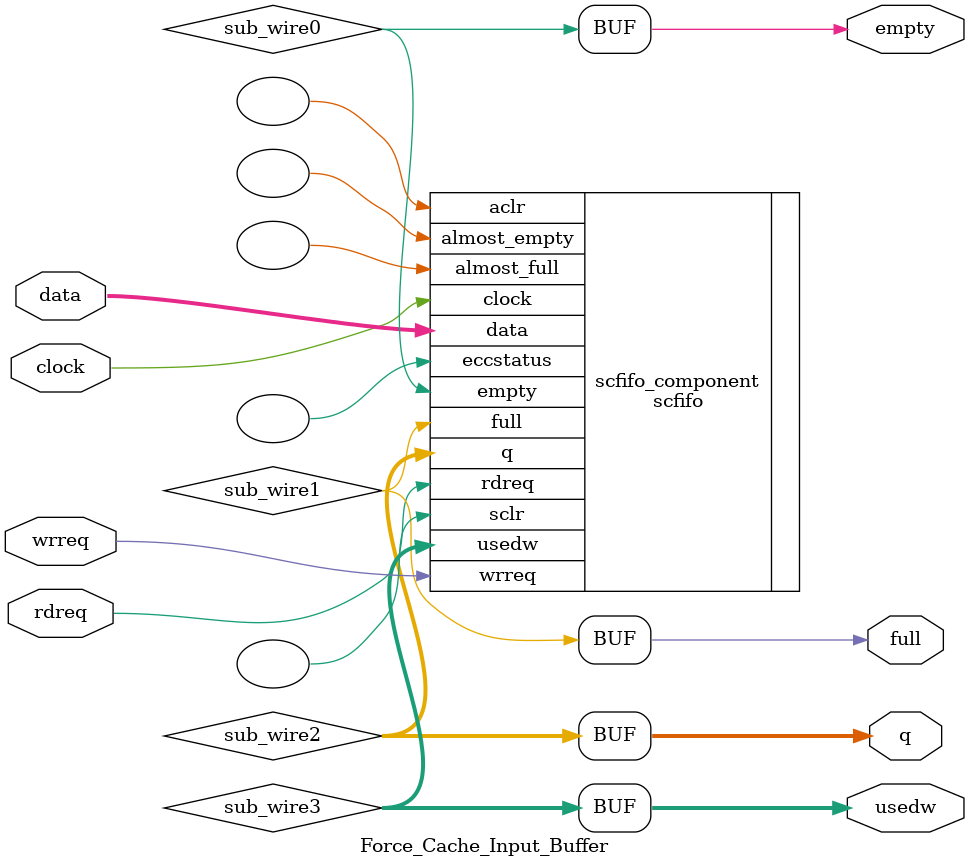
<source format=v>



// synopsys translate_off
`timescale 1 ps / 1 ps
// synopsys translate_on
module  Force_Cache_Input_Buffer
#(
	parameter DATA_WIDTH = 32*3,
	parameter BUFFER_DEPTH = 16,
	parameter BUFFER_ADDR_WIDTH = 4					// log(BUFFER_DEPTH) / log 2
)
(
    clock,
    data,
    rdreq,
    wrreq,
    empty,
    full,
    q,
    usedw
);

    input    clock;
    input  [DATA_WIDTH-1:0]  data;
    input    rdreq;
    input    wrreq;
    output   empty;
    output   full;
    output [DATA_WIDTH-1:0]  q;
    output [BUFFER_ADDR_WIDTH-1:0]  usedw;

    wire  sub_wire0;
    wire  sub_wire1;
    wire [DATA_WIDTH-1:0] sub_wire2;
    wire [BUFFER_ADDR_WIDTH-1:0] sub_wire3;
    wire  empty = sub_wire0;
    wire  full = sub_wire1;
    wire [DATA_WIDTH-1:0] q = sub_wire2[DATA_WIDTH-1:0];
    wire [BUFFER_ADDR_WIDTH-1:0] usedw = sub_wire3[BUFFER_ADDR_WIDTH-1:0];

    scfifo  scfifo_component (
                .clock (clock),
                .data (data),
                .rdreq (rdreq),
                .wrreq (wrreq),
                .empty (sub_wire0),
                .full (sub_wire1),
                .q (sub_wire2),
                .usedw (sub_wire3),
                .aclr (),
                .almost_empty (),
                .almost_full (),
                .eccstatus (),
                .sclr ());
    defparam
        scfifo_component.add_ram_output_register  = "OFF",
        scfifo_component.enable_ecc  = "FALSE",
        scfifo_component.intended_device_family  = "Stratix 10",
        scfifo_component.lpm_numwords  = BUFFER_DEPTH,
        scfifo_component.lpm_showahead  = "OFF",
        scfifo_component.lpm_type  = "scfifo",
        scfifo_component.lpm_width  = DATA_WIDTH,
        scfifo_component.lpm_widthu  = BUFFER_ADDR_WIDTH,
        scfifo_component.overflow_checking  = "ON",
        scfifo_component.underflow_checking  = "ON",
        scfifo_component.use_eab  = "ON";


endmodule
</source>
